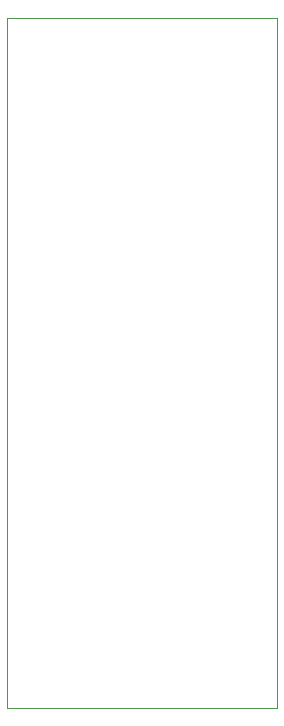
<source format=gbr>
%TF.GenerationSoftware,KiCad,Pcbnew,8.0.8*%
%TF.CreationDate,2025-04-17T09:07:28-03:00*%
%TF.ProjectId,ESP32_DevBoard_Minimal_Electgpl,45535033-325f-4446-9576-426f6172645f,rev?*%
%TF.SameCoordinates,Original*%
%TF.FileFunction,Profile,NP*%
%FSLAX46Y46*%
G04 Gerber Fmt 4.6, Leading zero omitted, Abs format (unit mm)*
G04 Created by KiCad (PCBNEW 8.0.8) date 2025-04-17 09:07:28*
%MOMM*%
%LPD*%
G01*
G04 APERTURE LIST*
%TA.AperFunction,Profile*%
%ADD10C,0.050000*%
%TD*%
G04 APERTURE END LIST*
D10*
X136652748Y-71374000D02*
X159512748Y-71374000D01*
X136652748Y-129870200D02*
X136652748Y-71374000D01*
X159512748Y-71374000D02*
X159512748Y-129870200D01*
X159512748Y-129870200D02*
X136652748Y-129870200D01*
M02*

</source>
